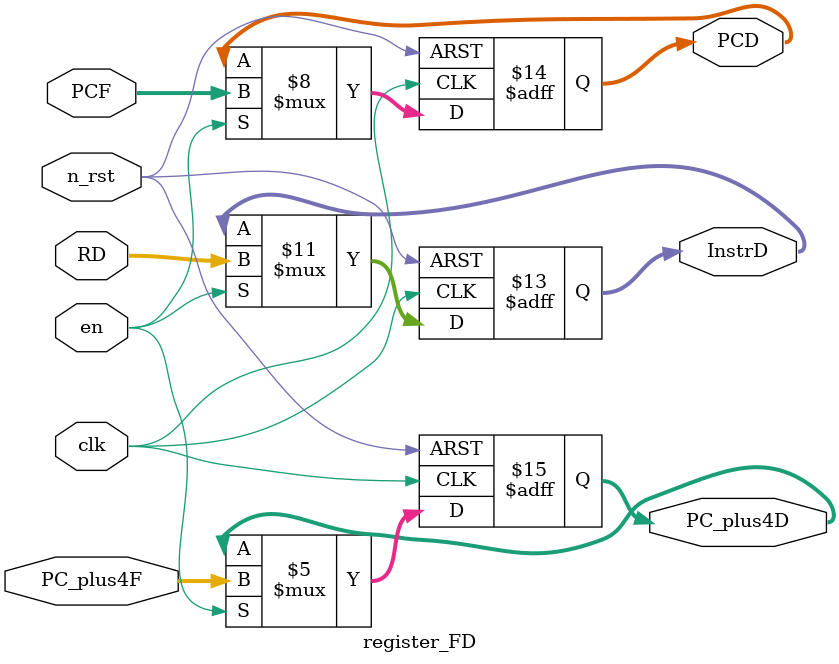
<source format=sv>
module register_FD (
    input clk,
    input n_rst,
    input [31:0] RD,
    input [31:0] PCF,
    input [31:0] PC_plus4F,  //data_hazard
    input en,

    output reg [31:0] InstrD,
    output reg [31:0] PCD,
    output reg [31:0] PC_plus4D  //data_hazard
);
    
    reg [31:0] InstrD_d1, PCD_d1, PC_plus4D_d1;
    always@(posedge clk or negedge n_rst) begin
        if(!n_rst) begin
            InstrD <= 32'd0;
            PCD <= 32'd0;
            PC_plus4D <= 32'd0;
            InstrD_d1 <= 32'd0;
            PCD_d1 <= 32'd0;
            PC_plus4D_d1 <= 32'd0; 
        end
        else begin
            if(en == 1'b0) begin
               //InstrD_d1 <= RD;
              //  PCD_d1 <= PCF;
              //  PC_plus4D_d1 <= PC_plus4F;
                
                InstrD <= InstrD;
                PCD <= PCD;
                PC_plus4D <= PC_plus4D;
            end
            else begin
                InstrD <= RD;
                PCD <= PCF;
                PC_plus4D <= PC_plus4F;
            end
        end
    end

endmodule
</source>
